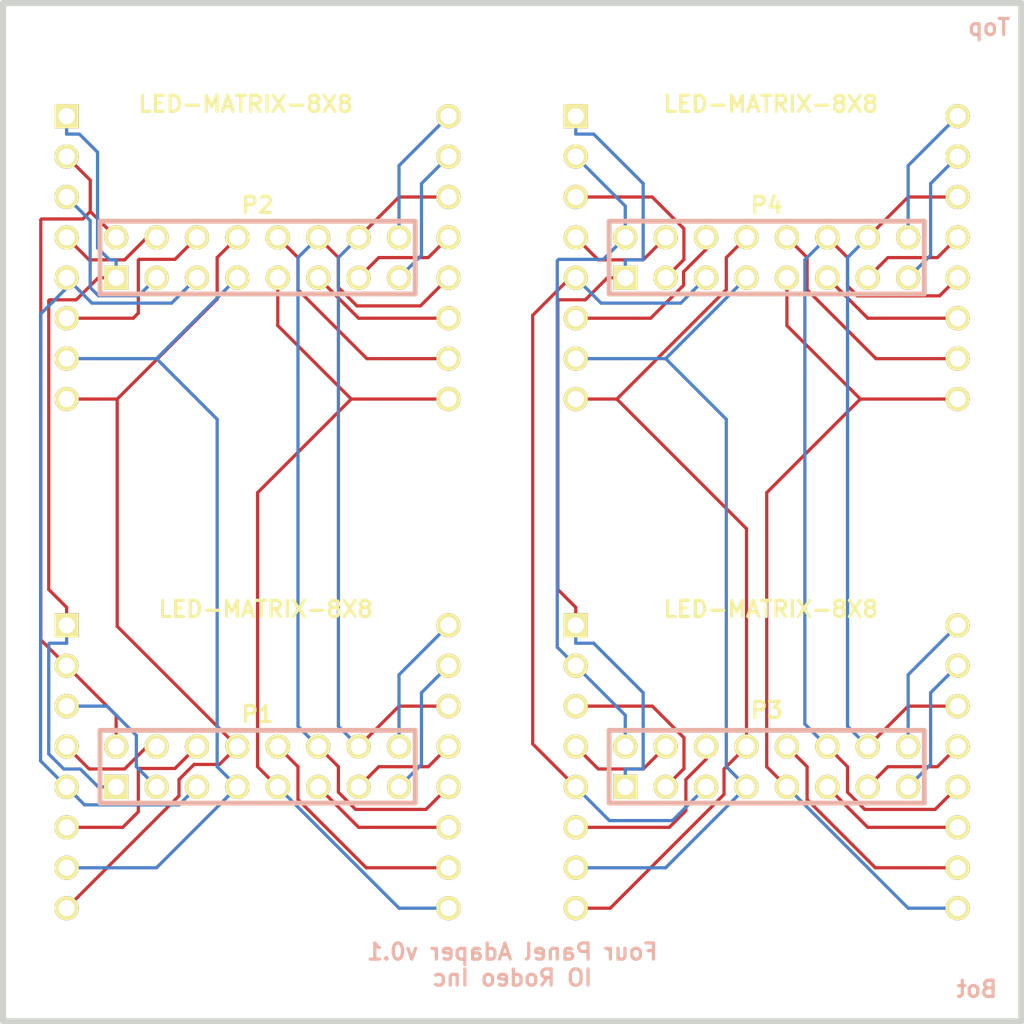
<source format=kicad_pcb>
(kicad_pcb (version 3) (host pcbnew "(2013-mar-13)-testing")

  (general
    (links 80)
    (no_connects 0)
    (area 24.993599 24.993599 89.806781 89.806781)
    (thickness 1.6002)
    (drawings 7)
    (tracks 282)
    (zones 0)
    (modules 8)
    (nets 49)
  )

  (page A4)
  (title_block
    (date "26 jul 2013")
  )

  (layers
    (15 Front signal)
    (0 Back signal)
    (16 B.Adhes user)
    (17 F.Adhes user)
    (18 B.Paste user)
    (19 F.Paste user)
    (20 B.SilkS user)
    (21 F.SilkS user)
    (22 B.Mask user)
    (23 F.Mask user)
    (24 Dwgs.User user)
    (25 Cmts.User user)
    (26 Eco1.User user)
    (27 Eco2.User user)
    (28 Edge.Cuts user)
  )

  (setup
    (last_trace_width 0.2032)
    (trace_clearance 0.254)
    (zone_clearance 0.508)
    (zone_45_only no)
    (trace_min 0.2032)
    (segment_width 0.381)
    (edge_width 0.381)
    (via_size 0.889)
    (via_drill 0.635)
    (via_min_size 0.889)
    (via_min_drill 0.508)
    (uvia_size 0.508)
    (uvia_drill 0.127)
    (uvias_allowed no)
    (uvia_min_size 0.508)
    (uvia_min_drill 0.127)
    (pcb_text_width 0.3048)
    (pcb_text_size 1.524 2.032)
    (mod_edge_width 0.381)
    (mod_text_size 1.524 1.524)
    (mod_text_width 0.3048)
    (pad_size 1.524 1.524)
    (pad_drill 0.8128)
    (pad_to_mask_clearance 0.254)
    (aux_axis_origin 0 0)
    (visible_elements FFFFFF7F)
    (pcbplotparams
      (layerselection 3178497)
      (usegerberextensions true)
      (excludeedgelayer true)
      (linewidth 0.150000)
      (plotframeref false)
      (viasonmask false)
      (mode 1)
      (useauxorigin false)
      (hpglpennumber 1)
      (hpglpenspeed 20)
      (hpglpendiameter 15)
      (hpglpenoverlay 0)
      (psnegative false)
      (psa4output false)
      (plotreference true)
      (plotvalue true)
      (plotothertext true)
      (plotinvisibletext false)
      (padsonsilk false)
      (subtractmaskfromsilk false)
      (outputformat 1)
      (mirror false)
      (drillshape 1)
      (scaleselection 1)
      (outputdirectory ""))
  )

  (net 0 "")
  (net 1 /COL_A1)
  (net 2 /COL_A10)
  (net 3 /COL_A11)
  (net 4 /COL_A12)
  (net 5 /COL_A13)
  (net 6 /COL_A14)
  (net 7 /COL_A15)
  (net 8 /COL_A16)
  (net 9 /COL_A2)
  (net 10 /COL_A3)
  (net 11 /COL_A4)
  (net 12 /COL_A5)
  (net 13 /COL_A6)
  (net 14 /COL_A7)
  (net 15 /COL_A8)
  (net 16 /COL_A9)
  (net 17 /COL_B1)
  (net 18 /COL_B10)
  (net 19 /COL_B11)
  (net 20 /COL_B12)
  (net 21 /COL_B13)
  (net 22 /COL_B14)
  (net 23 /COL_B15)
  (net 24 /COL_B16)
  (net 25 /COL_B2)
  (net 26 /COL_B3)
  (net 27 /COL_B4)
  (net 28 /COL_B5)
  (net 29 /COL_B6)
  (net 30 /COL_B7)
  (net 31 /COL_B8)
  (net 32 /COL_B9)
  (net 33 /ROW_A1)
  (net 34 /ROW_A2)
  (net 35 /ROW_A3)
  (net 36 /ROW_A4)
  (net 37 /ROW_A5)
  (net 38 /ROW_A6)
  (net 39 /ROW_A7)
  (net 40 /ROW_A8)
  (net 41 /ROW_B1)
  (net 42 /ROW_B2)
  (net 43 /ROW_B3)
  (net 44 /ROW_B4)
  (net 45 /ROW_B5)
  (net 46 /ROW_B6)
  (net 47 /ROW_B7)
  (net 48 /ROW_B8)

  (net_class Default "This is the default net class."
    (clearance 0.254)
    (trace_width 0.2032)
    (via_dia 0.889)
    (via_drill 0.635)
    (uvia_dia 0.508)
    (uvia_drill 0.127)
    (add_net "")
    (add_net /COL_A1)
    (add_net /COL_A10)
    (add_net /COL_A11)
    (add_net /COL_A12)
    (add_net /COL_A13)
    (add_net /COL_A14)
    (add_net /COL_A15)
    (add_net /COL_A16)
    (add_net /COL_A2)
    (add_net /COL_A3)
    (add_net /COL_A4)
    (add_net /COL_A5)
    (add_net /COL_A6)
    (add_net /COL_A7)
    (add_net /COL_A8)
    (add_net /COL_A9)
    (add_net /COL_B1)
    (add_net /COL_B10)
    (add_net /COL_B11)
    (add_net /COL_B12)
    (add_net /COL_B13)
    (add_net /COL_B14)
    (add_net /COL_B15)
    (add_net /COL_B16)
    (add_net /COL_B2)
    (add_net /COL_B3)
    (add_net /COL_B4)
    (add_net /COL_B5)
    (add_net /COL_B6)
    (add_net /COL_B7)
    (add_net /COL_B8)
    (add_net /COL_B9)
    (add_net /ROW_A1)
    (add_net /ROW_A2)
    (add_net /ROW_A3)
    (add_net /ROW_A4)
    (add_net /ROW_A5)
    (add_net /ROW_A6)
    (add_net /ROW_A7)
    (add_net /ROW_A8)
    (add_net /ROW_B1)
    (add_net /ROW_B2)
    (add_net /ROW_B3)
    (add_net /ROW_B4)
    (add_net /ROW_B5)
    (add_net /ROW_B6)
    (add_net /ROW_B7)
    (add_net /ROW_B8)
  )

  (module pin_array_8x2_custom (layer Front) (tedit 51F2DE82) (tstamp 51F2DD26)
    (at 41.39946 73.40092)
    (descr "Double rangee de contacts 2 x 8 pins")
    (tags CONN)
    (path /5161B211)
    (fp_text reference P1 (at 0.00254 -3.29692) (layer F.SilkS)
      (effects (font (size 1.016 1.016) (thickness 0.2032)))
    )
    (fp_text value CONN_8X2 (at 0.00254 3.56108) (layer F.SilkS) hide
      (effects (font (size 1.016 1.016) (thickness 0.2032)))
    )
    (fp_line (start -9.906 2.286) (end -9.906 -2.286) (layer B.SilkS) (width 0.3048))
    (fp_line (start -9.906 -2.286) (end 9.906 -2.286) (layer B.SilkS) (width 0.3048))
    (fp_line (start 9.906 -2.286) (end 9.906 2.286) (layer B.SilkS) (width 0.3048))
    (fp_line (start 9.906 2.286) (end -9.906 2.286) (layer B.SilkS) (width 0.3048))
    (pad 1 thru_hole rect (at -8.89 1.27) (size 1.524 1.524) (drill 1.016)
      (layers *.Cu *.Mask F.SilkS)
      (net 37 /ROW_A5)
    )
    (pad 2 thru_hole circle (at -8.89 -1.27) (size 1.524 1.524) (drill 1.016)
      (layers *.Cu *.Mask F.SilkS)
      (net 39 /ROW_A7)
    )
    (pad 3 thru_hole circle (at -6.35 1.27) (size 1.524 1.524) (drill 1.016)
      (layers *.Cu *.Mask F.SilkS)
      (net 9 /COL_A2)
    )
    (pad 4 thru_hole circle (at -6.35 -1.27) (size 1.524 1.524) (drill 1.016)
      (layers *.Cu *.Mask F.SilkS)
      (net 10 /COL_A3)
    )
    (pad 5 thru_hole circle (at -3.81 1.27) (size 1.524 1.524) (drill 1.016)
      (layers *.Cu *.Mask F.SilkS)
      (net 40 /ROW_A8)
    )
    (pad 6 thru_hole circle (at -3.81 -1.27) (size 1.524 1.524) (drill 1.016)
      (layers *.Cu *.Mask F.SilkS)
      (net 12 /COL_A5)
    )
    (pad 7 thru_hole circle (at -1.27 1.27) (size 1.524 1.524) (drill 1.016)
      (layers *.Cu *.Mask F.SilkS)
      (net 38 /ROW_A6)
    )
    (pad 8 thru_hole circle (at -1.27 -1.27) (size 1.524 1.524) (drill 1.016)
      (layers *.Cu *.Mask F.SilkS)
      (net 35 /ROW_A3)
    )
    (pad 9 thru_hole circle (at 1.27 1.27) (size 1.524 1.524) (drill 1.016)
      (layers *.Cu *.Mask F.SilkS)
      (net 33 /ROW_A1)
    )
    (pad 10 thru_hole circle (at 1.27 -1.27) (size 1.524 1.524) (drill 1.016)
      (layers *.Cu *.Mask F.SilkS)
      (net 11 /COL_A4)
    )
    (pad 11 thru_hole circle (at 3.81 1.27) (size 1.524 1.524) (drill 1.016)
      (layers *.Cu *.Mask F.SilkS)
      (net 13 /COL_A6)
    )
    (pad 12 thru_hole circle (at 3.81 -1.27) (size 1.524 1.524) (drill 1.016)
      (layers *.Cu *.Mask F.SilkS)
      (net 36 /ROW_A4)
    )
    (pad 13 thru_hole circle (at 6.35 1.27) (size 1.524 1.524) (drill 1.016)
      (layers *.Cu *.Mask F.SilkS)
      (net 1 /COL_A1)
    )
    (pad 14 thru_hole circle (at 6.35 -1.27) (size 1.524 1.524) (drill 1.016)
      (layers *.Cu *.Mask F.SilkS)
      (net 34 /ROW_A2)
    )
    (pad 15 thru_hole circle (at 8.89 1.27) (size 1.524 1.524) (drill 1.016)
      (layers *.Cu *.Mask F.SilkS)
      (net 14 /COL_A7)
    )
    (pad 16 thru_hole circle (at 8.89 -1.27) (size 1.524 1.524) (drill 1.016)
      (layers *.Cu *.Mask F.SilkS)
      (net 15 /COL_A8)
    )
    (model pin_array/pins_array_8x2.wrl
      (at (xyz 0 0 0))
      (scale (xyz 1 1 1))
      (rotate (xyz 0 0 0))
    )
  )

  (module pin_array_8x2_custom (layer Front) (tedit 51F2DE6C) (tstamp 51F2DB06)
    (at 41.39946 41.39946)
    (descr "Double rangee de contacts 2 x 8 pins")
    (tags CONN)
    (path /5161BB2B)
    (fp_text reference P2 (at 0.00254 -3.29946) (layer F.SilkS)
      (effects (font (size 1.016 1.016) (thickness 0.2032)))
    )
    (fp_text value CONN_8X2 (at 0.00254 3.55854) (layer F.SilkS) hide
      (effects (font (size 1.016 1.016) (thickness 0.2032)))
    )
    (fp_line (start -9.906 2.286) (end -9.906 -2.286) (layer B.SilkS) (width 0.3048))
    (fp_line (start -9.906 -2.286) (end 9.906 -2.286) (layer B.SilkS) (width 0.3048))
    (fp_line (start 9.906 -2.286) (end 9.906 2.286) (layer B.SilkS) (width 0.3048))
    (fp_line (start 9.906 2.286) (end -9.906 2.286) (layer B.SilkS) (width 0.3048))
    (pad 1 thru_hole rect (at -8.89 1.27) (size 1.524 1.524) (drill 1.016)
      (layers *.Cu *.Mask F.SilkS)
      (net 37 /ROW_A5)
    )
    (pad 2 thru_hole circle (at -8.89 -1.27) (size 1.524 1.524) (drill 1.016)
      (layers *.Cu *.Mask F.SilkS)
      (net 39 /ROW_A7)
    )
    (pad 3 thru_hole circle (at -6.35 1.27) (size 1.524 1.524) (drill 1.016)
      (layers *.Cu *.Mask F.SilkS)
      (net 2 /COL_A10)
    )
    (pad 4 thru_hole circle (at -6.35 -1.27) (size 1.524 1.524) (drill 1.016)
      (layers *.Cu *.Mask F.SilkS)
      (net 3 /COL_A11)
    )
    (pad 5 thru_hole circle (at -3.81 1.27) (size 1.524 1.524) (drill 1.016)
      (layers *.Cu *.Mask F.SilkS)
      (net 40 /ROW_A8)
    )
    (pad 6 thru_hole circle (at -3.81 -1.27) (size 1.524 1.524) (drill 1.016)
      (layers *.Cu *.Mask F.SilkS)
      (net 5 /COL_A13)
    )
    (pad 7 thru_hole circle (at -1.27 1.27) (size 1.524 1.524) (drill 1.016)
      (layers *.Cu *.Mask F.SilkS)
      (net 38 /ROW_A6)
    )
    (pad 8 thru_hole circle (at -1.27 -1.27) (size 1.524 1.524) (drill 1.016)
      (layers *.Cu *.Mask F.SilkS)
      (net 35 /ROW_A3)
    )
    (pad 9 thru_hole circle (at 1.27 1.27) (size 1.524 1.524) (drill 1.016)
      (layers *.Cu *.Mask F.SilkS)
      (net 33 /ROW_A1)
    )
    (pad 10 thru_hole circle (at 1.27 -1.27) (size 1.524 1.524) (drill 1.016)
      (layers *.Cu *.Mask F.SilkS)
      (net 4 /COL_A12)
    )
    (pad 11 thru_hole circle (at 3.81 1.27) (size 1.524 1.524) (drill 1.016)
      (layers *.Cu *.Mask F.SilkS)
      (net 6 /COL_A14)
    )
    (pad 12 thru_hole circle (at 3.81 -1.27) (size 1.524 1.524) (drill 1.016)
      (layers *.Cu *.Mask F.SilkS)
      (net 36 /ROW_A4)
    )
    (pad 13 thru_hole circle (at 6.35 1.27) (size 1.524 1.524) (drill 1.016)
      (layers *.Cu *.Mask F.SilkS)
      (net 16 /COL_A9)
    )
    (pad 14 thru_hole circle (at 6.35 -1.27) (size 1.524 1.524) (drill 1.016)
      (layers *.Cu *.Mask F.SilkS)
      (net 34 /ROW_A2)
    )
    (pad 15 thru_hole circle (at 8.89 1.27) (size 1.524 1.524) (drill 1.016)
      (layers *.Cu *.Mask F.SilkS)
      (net 7 /COL_A15)
    )
    (pad 16 thru_hole circle (at 8.89 -1.27) (size 1.524 1.524) (drill 1.016)
      (layers *.Cu *.Mask F.SilkS)
      (net 8 /COL_A16)
    )
    (model pin_array/pins_array_8x2.wrl
      (at (xyz 0 0 0))
      (scale (xyz 1 1 1))
      (rotate (xyz 0 0 0))
    )
  )

  (module pin_array_8x2_custom (layer Front) (tedit 51F2DE8A) (tstamp 51F2DB08)
    (at 73.40092 73.40092)
    (descr "Double rangee de contacts 2 x 8 pins")
    (tags CONN)
    (path /51F2D793)
    (fp_text reference P3 (at 0.00508 -3.55092) (layer F.SilkS)
      (effects (font (size 1.016 1.016) (thickness 0.2032)))
    )
    (fp_text value CONN_8X2 (at 0.00508 3.81508) (layer F.SilkS) hide
      (effects (font (size 1.016 1.016) (thickness 0.2032)))
    )
    (fp_line (start -9.906 2.286) (end -9.906 -2.286) (layer B.SilkS) (width 0.3048))
    (fp_line (start -9.906 -2.286) (end 9.906 -2.286) (layer B.SilkS) (width 0.3048))
    (fp_line (start 9.906 -2.286) (end 9.906 2.286) (layer B.SilkS) (width 0.3048))
    (fp_line (start 9.906 2.286) (end -9.906 2.286) (layer B.SilkS) (width 0.3048))
    (pad 1 thru_hole rect (at -8.89 1.27) (size 1.524 1.524) (drill 1.016)
      (layers *.Cu *.Mask F.SilkS)
      (net 45 /ROW_B5)
    )
    (pad 2 thru_hole circle (at -8.89 -1.27) (size 1.524 1.524) (drill 1.016)
      (layers *.Cu *.Mask F.SilkS)
      (net 47 /ROW_B7)
    )
    (pad 3 thru_hole circle (at -6.35 1.27) (size 1.524 1.524) (drill 1.016)
      (layers *.Cu *.Mask F.SilkS)
      (net 25 /COL_B2)
    )
    (pad 4 thru_hole circle (at -6.35 -1.27) (size 1.524 1.524) (drill 1.016)
      (layers *.Cu *.Mask F.SilkS)
      (net 26 /COL_B3)
    )
    (pad 5 thru_hole circle (at -3.81 1.27) (size 1.524 1.524) (drill 1.016)
      (layers *.Cu *.Mask F.SilkS)
      (net 48 /ROW_B8)
    )
    (pad 6 thru_hole circle (at -3.81 -1.27) (size 1.524 1.524) (drill 1.016)
      (layers *.Cu *.Mask F.SilkS)
      (net 28 /COL_B5)
    )
    (pad 7 thru_hole circle (at -1.27 1.27) (size 1.524 1.524) (drill 1.016)
      (layers *.Cu *.Mask F.SilkS)
      (net 46 /ROW_B6)
    )
    (pad 8 thru_hole circle (at -1.27 -1.27) (size 1.524 1.524) (drill 1.016)
      (layers *.Cu *.Mask F.SilkS)
      (net 43 /ROW_B3)
    )
    (pad 9 thru_hole circle (at 1.27 1.27) (size 1.524 1.524) (drill 1.016)
      (layers *.Cu *.Mask F.SilkS)
      (net 41 /ROW_B1)
    )
    (pad 10 thru_hole circle (at 1.27 -1.27) (size 1.524 1.524) (drill 1.016)
      (layers *.Cu *.Mask F.SilkS)
      (net 27 /COL_B4)
    )
    (pad 11 thru_hole circle (at 3.81 1.27) (size 1.524 1.524) (drill 1.016)
      (layers *.Cu *.Mask F.SilkS)
      (net 29 /COL_B6)
    )
    (pad 12 thru_hole circle (at 3.81 -1.27) (size 1.524 1.524) (drill 1.016)
      (layers *.Cu *.Mask F.SilkS)
      (net 44 /ROW_B4)
    )
    (pad 13 thru_hole circle (at 6.35 1.27) (size 1.524 1.524) (drill 1.016)
      (layers *.Cu *.Mask F.SilkS)
      (net 17 /COL_B1)
    )
    (pad 14 thru_hole circle (at 6.35 -1.27) (size 1.524 1.524) (drill 1.016)
      (layers *.Cu *.Mask F.SilkS)
      (net 42 /ROW_B2)
    )
    (pad 15 thru_hole circle (at 8.89 1.27) (size 1.524 1.524) (drill 1.016)
      (layers *.Cu *.Mask F.SilkS)
      (net 30 /COL_B7)
    )
    (pad 16 thru_hole circle (at 8.89 -1.27) (size 1.524 1.524) (drill 1.016)
      (layers *.Cu *.Mask F.SilkS)
      (net 31 /COL_B8)
    )
    (model pin_array/pins_array_8x2.wrl
      (at (xyz 0 0 0))
      (scale (xyz 1 1 1))
      (rotate (xyz 0 0 0))
    )
  )

  (module pin_array_8x2_custom (layer Front) (tedit 51F2DE74) (tstamp 51F2DB0A)
    (at 73.40092 41.39946)
    (descr "Double rangee de contacts 2 x 8 pins")
    (tags CONN)
    (path /51F2D792)
    (fp_text reference P4 (at 0.00508 -3.29946) (layer F.SilkS)
      (effects (font (size 1.016 1.016) (thickness 0.2032)))
    )
    (fp_text value CONN_8X2 (at 0.00508 3.55854) (layer F.SilkS) hide
      (effects (font (size 1.016 1.016) (thickness 0.2032)))
    )
    (fp_line (start -9.906 2.286) (end -9.906 -2.286) (layer B.SilkS) (width 0.3048))
    (fp_line (start -9.906 -2.286) (end 9.906 -2.286) (layer B.SilkS) (width 0.3048))
    (fp_line (start 9.906 -2.286) (end 9.906 2.286) (layer B.SilkS) (width 0.3048))
    (fp_line (start 9.906 2.286) (end -9.906 2.286) (layer B.SilkS) (width 0.3048))
    (pad 1 thru_hole rect (at -8.89 1.27) (size 1.524 1.524) (drill 1.016)
      (layers *.Cu *.Mask F.SilkS)
      (net 45 /ROW_B5)
    )
    (pad 2 thru_hole circle (at -8.89 -1.27) (size 1.524 1.524) (drill 1.016)
      (layers *.Cu *.Mask F.SilkS)
      (net 47 /ROW_B7)
    )
    (pad 3 thru_hole circle (at -6.35 1.27) (size 1.524 1.524) (drill 1.016)
      (layers *.Cu *.Mask F.SilkS)
      (net 18 /COL_B10)
    )
    (pad 4 thru_hole circle (at -6.35 -1.27) (size 1.524 1.524) (drill 1.016)
      (layers *.Cu *.Mask F.SilkS)
      (net 19 /COL_B11)
    )
    (pad 5 thru_hole circle (at -3.81 1.27) (size 1.524 1.524) (drill 1.016)
      (layers *.Cu *.Mask F.SilkS)
      (net 48 /ROW_B8)
    )
    (pad 6 thru_hole circle (at -3.81 -1.27) (size 1.524 1.524) (drill 1.016)
      (layers *.Cu *.Mask F.SilkS)
      (net 21 /COL_B13)
    )
    (pad 7 thru_hole circle (at -1.27 1.27) (size 1.524 1.524) (drill 1.016)
      (layers *.Cu *.Mask F.SilkS)
      (net 46 /ROW_B6)
    )
    (pad 8 thru_hole circle (at -1.27 -1.27) (size 1.524 1.524) (drill 1.016)
      (layers *.Cu *.Mask F.SilkS)
      (net 43 /ROW_B3)
    )
    (pad 9 thru_hole circle (at 1.27 1.27) (size 1.524 1.524) (drill 1.016)
      (layers *.Cu *.Mask F.SilkS)
      (net 41 /ROW_B1)
    )
    (pad 10 thru_hole circle (at 1.27 -1.27) (size 1.524 1.524) (drill 1.016)
      (layers *.Cu *.Mask F.SilkS)
      (net 20 /COL_B12)
    )
    (pad 11 thru_hole circle (at 3.81 1.27) (size 1.524 1.524) (drill 1.016)
      (layers *.Cu *.Mask F.SilkS)
      (net 22 /COL_B14)
    )
    (pad 12 thru_hole circle (at 3.81 -1.27) (size 1.524 1.524) (drill 1.016)
      (layers *.Cu *.Mask F.SilkS)
      (net 44 /ROW_B4)
    )
    (pad 13 thru_hole circle (at 6.35 1.27) (size 1.524 1.524) (drill 1.016)
      (layers *.Cu *.Mask F.SilkS)
      (net 32 /COL_B9)
    )
    (pad 14 thru_hole circle (at 6.35 -1.27) (size 1.524 1.524) (drill 1.016)
      (layers *.Cu *.Mask F.SilkS)
      (net 42 /ROW_B2)
    )
    (pad 15 thru_hole circle (at 8.89 1.27) (size 1.524 1.524) (drill 1.016)
      (layers *.Cu *.Mask F.SilkS)
      (net 23 /COL_B15)
    )
    (pad 16 thru_hole circle (at 8.89 -1.27) (size 1.524 1.524) (drill 1.016)
      (layers *.Cu *.Mask F.SilkS)
      (net 24 /COL_B16)
    )
    (model pin_array/pins_array_8x2.wrl
      (at (xyz 0 0 0))
      (scale (xyz 1 1 1))
      (rotate (xyz 0 0 0))
    )
  )

  (module LED_8x8 (layer Front) (tedit 51F2DC61) (tstamp 51F2DB0B)
    (at 41.39946 73.40092)
    (descr "LED 8x8 Matrix w/ 8x1 Peel-A-Way connectors (terminal type 210)")
    (tags LED)
    (path /5161B1D4)
    (fp_text reference M1 (at -12.18946 -11.17092) (layer F.SilkS) hide
      (effects (font (size 1.016 1.016) (thickness 0.2032)))
    )
    (fp_text value LED-MATRIX-8X8 (at 0.51054 -9.90092) (layer F.SilkS)
      (effects (font (size 1.016 1.016) (thickness 0.2032)))
    )
    (fp_line (start 15.99946 15.99946) (end -15.99946 15.99946) (layer Dwgs.User) (width 0.3048))
    (fp_line (start -15.99946 15.99946) (end -15.99946 -15.99946) (layer Dwgs.User) (width 0.3048))
    (fp_line (start -15.99946 -15.99946) (end 15.99946 -15.99946) (layer Dwgs.User) (width 0.3048))
    (fp_line (start 15.99946 -15.99946) (end 15.99946 15.99946) (layer Dwgs.User) (width 0.3048))
    (fp_line (start 10.72896 9.90854) (end 10.72896 -9.90346) (layer Dwgs.User) (width 0.3048))
    (fp_line (start 13.26896 -9.90346) (end 13.26896 9.90854) (layer Dwgs.User) (width 0.3048))
    (fp_line (start 13.26896 -9.90346) (end 10.72896 -9.90346) (layer Dwgs.User) (width 0.3048))
    (fp_line (start 13.26896 9.90854) (end 10.72896 9.90854) (layer Dwgs.User) (width 0.3048))
    (fp_line (start -10.7315 9.90854) (end -13.2715 9.90854) (layer Dwgs.User) (width 0.3048))
    (fp_line (start -10.7315 -9.90346) (end -13.2715 -9.90346) (layer Dwgs.User) (width 0.3048))
    (fp_line (start -10.7315 -9.90346) (end -10.7315 9.90854) (layer Dwgs.User) (width 0.3048))
    (fp_line (start -13.2715 9.90854) (end -13.2715 -9.90346) (layer Dwgs.User) (width 0.3048))
    (pad 9 thru_hole circle (at 11.99896 8.89254 270) (size 1.524 1.524) (drill 1.016)
      (layers *.Cu *.Mask F.SilkS)
      (net 33 /ROW_A1)
    )
    (pad 10 thru_hole circle (at 11.99896 6.35254 270) (size 1.524 1.524) (drill 1.016)
      (layers *.Cu *.Mask F.SilkS)
      (net 11 /COL_A4)
    )
    (pad 11 thru_hole circle (at 11.99896 3.81254 270) (size 1.524 1.524) (drill 1.016)
      (layers *.Cu *.Mask F.SilkS)
      (net 13 /COL_A6)
    )
    (pad 12 thru_hole circle (at 11.99896 1.27254 270) (size 1.524 1.524) (drill 1.016)
      (layers *.Cu *.Mask F.SilkS)
      (net 36 /ROW_A4)
    )
    (pad 13 thru_hole circle (at 11.99896 -1.26746 270) (size 1.524 1.524) (drill 1.016)
      (layers *.Cu *.Mask F.SilkS)
      (net 1 /COL_A1)
    )
    (pad 14 thru_hole circle (at 11.99896 -3.80746 270) (size 1.524 1.524) (drill 1.016)
      (layers *.Cu *.Mask F.SilkS)
      (net 34 /ROW_A2)
    )
    (pad 15 thru_hole circle (at 11.99896 -6.34746 270) (size 1.524 1.524) (drill 1.016)
      (layers *.Cu *.Mask F.SilkS)
      (net 14 /COL_A7)
    )
    (pad 16 thru_hole circle (at 11.99896 -8.88746 180) (size 1.524 1.524) (drill 1.016)
      (layers *.Cu *.Mask F.SilkS)
      (net 15 /COL_A8)
    )
    (pad 1 thru_hole rect (at -12.0015 -8.88746 180) (size 1.524 1.524) (drill 1.016)
      (layers *.Cu *.Mask F.SilkS)
      (net 37 /ROW_A5)
    )
    (pad 2 thru_hole circle (at -12.0015 -6.34746 270) (size 1.524 1.524) (drill 1.016)
      (layers *.Cu *.Mask F.SilkS)
      (net 39 /ROW_A7)
    )
    (pad 3 thru_hole circle (at -12.0015 -3.80746 270) (size 1.524 1.524) (drill 1.016)
      (layers *.Cu *.Mask F.SilkS)
      (net 9 /COL_A2)
    )
    (pad 4 thru_hole circle (at -12.0015 -1.26746 270) (size 1.524 1.524) (drill 1.016)
      (layers *.Cu *.Mask F.SilkS)
      (net 10 /COL_A3)
    )
    (pad 5 thru_hole circle (at -12.0015 1.27254 270) (size 1.524 1.524) (drill 1.016)
      (layers *.Cu *.Mask F.SilkS)
      (net 40 /ROW_A8)
    )
    (pad 6 thru_hole circle (at -12.0015 3.81254 270) (size 1.524 1.524) (drill 1.016)
      (layers *.Cu *.Mask F.SilkS)
      (net 12 /COL_A5)
    )
    (pad 7 thru_hole circle (at -12.0015 6.35254 270) (size 1.524 1.524) (drill 1.016)
      (layers *.Cu *.Mask F.SilkS)
      (net 38 /ROW_A6)
    )
    (pad 8 thru_hole circle (at -12.0015 8.89254 270) (size 1.524 1.524) (drill 1.016)
      (layers *.Cu *.Mask F.SilkS)
      (net 35 /ROW_A3)
    )
  )

  (module LED_8x8 (layer Front) (tedit 51F2DC50) (tstamp 51F2DB0D)
    (at 41.39946 41.39946)
    (descr "LED 8x8 Matrix w/ 8x1 Peel-A-Way connectors (terminal type 210)")
    (tags LED)
    (path /5161BB2C)
    (fp_text reference M2 (at -12.18946 -10.91946) (layer F.SilkS) hide
      (effects (font (size 1.016 1.016) (thickness 0.2032)))
    )
    (fp_text value LED-MATRIX-8X8 (at -0.75946 -9.64946) (layer F.SilkS)
      (effects (font (size 1.016 1.016) (thickness 0.2032)))
    )
    (fp_line (start 15.99946 15.99946) (end -15.99946 15.99946) (layer Dwgs.User) (width 0.3048))
    (fp_line (start -15.99946 15.99946) (end -15.99946 -15.99946) (layer Dwgs.User) (width 0.3048))
    (fp_line (start -15.99946 -15.99946) (end 15.99946 -15.99946) (layer Dwgs.User) (width 0.3048))
    (fp_line (start 15.99946 -15.99946) (end 15.99946 15.99946) (layer Dwgs.User) (width 0.3048))
    (fp_line (start 10.72896 9.90854) (end 10.72896 -9.90346) (layer Dwgs.User) (width 0.3048))
    (fp_line (start 13.26896 -9.90346) (end 13.26896 9.90854) (layer Dwgs.User) (width 0.3048))
    (fp_line (start 13.26896 -9.90346) (end 10.72896 -9.90346) (layer Dwgs.User) (width 0.3048))
    (fp_line (start 13.26896 9.90854) (end 10.72896 9.90854) (layer Dwgs.User) (width 0.3048))
    (fp_line (start -10.7315 9.90854) (end -13.2715 9.90854) (layer Dwgs.User) (width 0.3048))
    (fp_line (start -10.7315 -9.90346) (end -13.2715 -9.90346) (layer Dwgs.User) (width 0.3048))
    (fp_line (start -10.7315 -9.90346) (end -10.7315 9.90854) (layer Dwgs.User) (width 0.3048))
    (fp_line (start -13.2715 9.90854) (end -13.2715 -9.90346) (layer Dwgs.User) (width 0.3048))
    (pad 9 thru_hole circle (at 11.99896 8.89254 270) (size 1.524 1.524) (drill 1.016)
      (layers *.Cu *.Mask F.SilkS)
      (net 33 /ROW_A1)
    )
    (pad 10 thru_hole circle (at 11.99896 6.35254 270) (size 1.524 1.524) (drill 1.016)
      (layers *.Cu *.Mask F.SilkS)
      (net 4 /COL_A12)
    )
    (pad 11 thru_hole circle (at 11.99896 3.81254 270) (size 1.524 1.524) (drill 1.016)
      (layers *.Cu *.Mask F.SilkS)
      (net 6 /COL_A14)
    )
    (pad 12 thru_hole circle (at 11.99896 1.27254 270) (size 1.524 1.524) (drill 1.016)
      (layers *.Cu *.Mask F.SilkS)
      (net 36 /ROW_A4)
    )
    (pad 13 thru_hole circle (at 11.99896 -1.26746 270) (size 1.524 1.524) (drill 1.016)
      (layers *.Cu *.Mask F.SilkS)
      (net 16 /COL_A9)
    )
    (pad 14 thru_hole circle (at 11.99896 -3.80746 270) (size 1.524 1.524) (drill 1.016)
      (layers *.Cu *.Mask F.SilkS)
      (net 34 /ROW_A2)
    )
    (pad 15 thru_hole circle (at 11.99896 -6.34746 270) (size 1.524 1.524) (drill 1.016)
      (layers *.Cu *.Mask F.SilkS)
      (net 7 /COL_A15)
    )
    (pad 16 thru_hole circle (at 11.99896 -8.88746 180) (size 1.524 1.524) (drill 1.016)
      (layers *.Cu *.Mask F.SilkS)
      (net 8 /COL_A16)
    )
    (pad 1 thru_hole rect (at -12.0015 -8.88746 180) (size 1.524 1.524) (drill 1.016)
      (layers *.Cu *.Mask F.SilkS)
      (net 37 /ROW_A5)
    )
    (pad 2 thru_hole circle (at -12.0015 -6.34746 270) (size 1.524 1.524) (drill 1.016)
      (layers *.Cu *.Mask F.SilkS)
      (net 39 /ROW_A7)
    )
    (pad 3 thru_hole circle (at -12.0015 -3.80746 270) (size 1.524 1.524) (drill 1.016)
      (layers *.Cu *.Mask F.SilkS)
      (net 2 /COL_A10)
    )
    (pad 4 thru_hole circle (at -12.0015 -1.26746 270) (size 1.524 1.524) (drill 1.016)
      (layers *.Cu *.Mask F.SilkS)
      (net 3 /COL_A11)
    )
    (pad 5 thru_hole circle (at -12.0015 1.27254 270) (size 1.524 1.524) (drill 1.016)
      (layers *.Cu *.Mask F.SilkS)
      (net 40 /ROW_A8)
    )
    (pad 6 thru_hole circle (at -12.0015 3.81254 270) (size 1.524 1.524) (drill 1.016)
      (layers *.Cu *.Mask F.SilkS)
      (net 5 /COL_A13)
    )
    (pad 7 thru_hole circle (at -12.0015 6.35254 270) (size 1.524 1.524) (drill 1.016)
      (layers *.Cu *.Mask F.SilkS)
      (net 38 /ROW_A6)
    )
    (pad 8 thru_hole circle (at -12.0015 8.89254 270) (size 1.524 1.524) (drill 1.016)
      (layers *.Cu *.Mask F.SilkS)
      (net 35 /ROW_A3)
    )
  )

  (module LED_8x8 (layer Front) (tedit 51F2DC7A) (tstamp 51F2DB0F)
    (at 73.40092 73.40092)
    (descr "LED 8x8 Matrix w/ 8x1 Peel-A-Way connectors (terminal type 210)")
    (tags LED)
    (path /51F2D794)
    (fp_text reference M3 (at -12.44092 -11.17092) (layer F.SilkS) hide
      (effects (font (size 1.016 1.016) (thickness 0.2032)))
    )
    (fp_text value LED-MATRIX-8X8 (at 0.25908 -9.90092) (layer F.SilkS)
      (effects (font (size 1.016 1.016) (thickness 0.2032)))
    )
    (fp_line (start 15.99946 15.99946) (end -15.99946 15.99946) (layer Dwgs.User) (width 0.3048))
    (fp_line (start -15.99946 15.99946) (end -15.99946 -15.99946) (layer Dwgs.User) (width 0.3048))
    (fp_line (start -15.99946 -15.99946) (end 15.99946 -15.99946) (layer Dwgs.User) (width 0.3048))
    (fp_line (start 15.99946 -15.99946) (end 15.99946 15.99946) (layer Dwgs.User) (width 0.3048))
    (fp_line (start 10.72896 9.90854) (end 10.72896 -9.90346) (layer Dwgs.User) (width 0.3048))
    (fp_line (start 13.26896 -9.90346) (end 13.26896 9.90854) (layer Dwgs.User) (width 0.3048))
    (fp_line (start 13.26896 -9.90346) (end 10.72896 -9.90346) (layer Dwgs.User) (width 0.3048))
    (fp_line (start 13.26896 9.90854) (end 10.72896 9.90854) (layer Dwgs.User) (width 0.3048))
    (fp_line (start -10.7315 9.90854) (end -13.2715 9.90854) (layer Dwgs.User) (width 0.3048))
    (fp_line (start -10.7315 -9.90346) (end -13.2715 -9.90346) (layer Dwgs.User) (width 0.3048))
    (fp_line (start -10.7315 -9.90346) (end -10.7315 9.90854) (layer Dwgs.User) (width 0.3048))
    (fp_line (start -13.2715 9.90854) (end -13.2715 -9.90346) (layer Dwgs.User) (width 0.3048))
    (pad 9 thru_hole circle (at 11.99896 8.89254 270) (size 1.524 1.524) (drill 1.016)
      (layers *.Cu *.Mask F.SilkS)
      (net 41 /ROW_B1)
    )
    (pad 10 thru_hole circle (at 11.99896 6.35254 270) (size 1.524 1.524) (drill 1.016)
      (layers *.Cu *.Mask F.SilkS)
      (net 27 /COL_B4)
    )
    (pad 11 thru_hole circle (at 11.99896 3.81254 270) (size 1.524 1.524) (drill 1.016)
      (layers *.Cu *.Mask F.SilkS)
      (net 29 /COL_B6)
    )
    (pad 12 thru_hole circle (at 11.99896 1.27254 270) (size 1.524 1.524) (drill 1.016)
      (layers *.Cu *.Mask F.SilkS)
      (net 44 /ROW_B4)
    )
    (pad 13 thru_hole circle (at 11.99896 -1.26746 270) (size 1.524 1.524) (drill 1.016)
      (layers *.Cu *.Mask F.SilkS)
      (net 17 /COL_B1)
    )
    (pad 14 thru_hole circle (at 11.99896 -3.80746 270) (size 1.524 1.524) (drill 1.016)
      (layers *.Cu *.Mask F.SilkS)
      (net 42 /ROW_B2)
    )
    (pad 15 thru_hole circle (at 11.99896 -6.34746 270) (size 1.524 1.524) (drill 1.016)
      (layers *.Cu *.Mask F.SilkS)
      (net 30 /COL_B7)
    )
    (pad 16 thru_hole circle (at 11.99896 -8.88746 180) (size 1.524 1.524) (drill 1.016)
      (layers *.Cu *.Mask F.SilkS)
      (net 31 /COL_B8)
    )
    (pad 1 thru_hole rect (at -12.0015 -8.88746 180) (size 1.524 1.524) (drill 1.016)
      (layers *.Cu *.Mask F.SilkS)
      (net 45 /ROW_B5)
    )
    (pad 2 thru_hole circle (at -12.0015 -6.34746 270) (size 1.524 1.524) (drill 1.016)
      (layers *.Cu *.Mask F.SilkS)
      (net 47 /ROW_B7)
    )
    (pad 3 thru_hole circle (at -12.0015 -3.80746 270) (size 1.524 1.524) (drill 1.016)
      (layers *.Cu *.Mask F.SilkS)
      (net 25 /COL_B2)
    )
    (pad 4 thru_hole circle (at -12.0015 -1.26746 270) (size 1.524 1.524) (drill 1.016)
      (layers *.Cu *.Mask F.SilkS)
      (net 26 /COL_B3)
    )
    (pad 5 thru_hole circle (at -12.0015 1.27254 270) (size 1.524 1.524) (drill 1.016)
      (layers *.Cu *.Mask F.SilkS)
      (net 48 /ROW_B8)
    )
    (pad 6 thru_hole circle (at -12.0015 3.81254 270) (size 1.524 1.524) (drill 1.016)
      (layers *.Cu *.Mask F.SilkS)
      (net 28 /COL_B5)
    )
    (pad 7 thru_hole circle (at -12.0015 6.35254 270) (size 1.524 1.524) (drill 1.016)
      (layers *.Cu *.Mask F.SilkS)
      (net 46 /ROW_B6)
    )
    (pad 8 thru_hole circle (at -12.0015 8.89254 270) (size 1.524 1.524) (drill 1.016)
      (layers *.Cu *.Mask F.SilkS)
      (net 43 /ROW_B3)
    )
  )

  (module LED_8x8 (layer Front) (tedit 51F2DC4A) (tstamp 51F2DB11)
    (at 73.40092 41.39946)
    (descr "LED 8x8 Matrix w/ 8x1 Peel-A-Way connectors (terminal type 210)")
    (tags LED)
    (path /51F2D791)
    (fp_text reference M4 (at -12.44092 -10.91946) (layer F.SilkS) hide
      (effects (font (size 1.016 1.016) (thickness 0.2032)))
    )
    (fp_text value LED-MATRIX-8X8 (at 0.25908 -9.64946) (layer F.SilkS)
      (effects (font (size 1.016 1.016) (thickness 0.2032)))
    )
    (fp_line (start 15.99946 15.99946) (end -15.99946 15.99946) (layer Dwgs.User) (width 0.3048))
    (fp_line (start -15.99946 15.99946) (end -15.99946 -15.99946) (layer Dwgs.User) (width 0.3048))
    (fp_line (start -15.99946 -15.99946) (end 15.99946 -15.99946) (layer Dwgs.User) (width 0.3048))
    (fp_line (start 15.99946 -15.99946) (end 15.99946 15.99946) (layer Dwgs.User) (width 0.3048))
    (fp_line (start 10.72896 9.90854) (end 10.72896 -9.90346) (layer Dwgs.User) (width 0.3048))
    (fp_line (start 13.26896 -9.90346) (end 13.26896 9.90854) (layer Dwgs.User) (width 0.3048))
    (fp_line (start 13.26896 -9.90346) (end 10.72896 -9.90346) (layer Dwgs.User) (width 0.3048))
    (fp_line (start 13.26896 9.90854) (end 10.72896 9.90854) (layer Dwgs.User) (width 0.3048))
    (fp_line (start -10.7315 9.90854) (end -13.2715 9.90854) (layer Dwgs.User) (width 0.3048))
    (fp_line (start -10.7315 -9.90346) (end -13.2715 -9.90346) (layer Dwgs.User) (width 0.3048))
    (fp_line (start -10.7315 -9.90346) (end -10.7315 9.90854) (layer Dwgs.User) (width 0.3048))
    (fp_line (start -13.2715 9.90854) (end -13.2715 -9.90346) (layer Dwgs.User) (width 0.3048))
    (pad 9 thru_hole circle (at 11.99896 8.89254 270) (size 1.524 1.524) (drill 1.016)
      (layers *.Cu *.Mask F.SilkS)
      (net 41 /ROW_B1)
    )
    (pad 10 thru_hole circle (at 11.99896 6.35254 270) (size 1.524 1.524) (drill 1.016)
      (layers *.Cu *.Mask F.SilkS)
      (net 20 /COL_B12)
    )
    (pad 11 thru_hole circle (at 11.99896 3.81254 270) (size 1.524 1.524) (drill 1.016)
      (layers *.Cu *.Mask F.SilkS)
      (net 22 /COL_B14)
    )
    (pad 12 thru_hole circle (at 11.99896 1.27254 270) (size 1.524 1.524) (drill 1.016)
      (layers *.Cu *.Mask F.SilkS)
      (net 44 /ROW_B4)
    )
    (pad 13 thru_hole circle (at 11.99896 -1.26746 270) (size 1.524 1.524) (drill 1.016)
      (layers *.Cu *.Mask F.SilkS)
      (net 32 /COL_B9)
    )
    (pad 14 thru_hole circle (at 11.99896 -3.80746 270) (size 1.524 1.524) (drill 1.016)
      (layers *.Cu *.Mask F.SilkS)
      (net 42 /ROW_B2)
    )
    (pad 15 thru_hole circle (at 11.99896 -6.34746 270) (size 1.524 1.524) (drill 1.016)
      (layers *.Cu *.Mask F.SilkS)
      (net 23 /COL_B15)
    )
    (pad 16 thru_hole circle (at 11.99896 -8.88746 180) (size 1.524 1.524) (drill 1.016)
      (layers *.Cu *.Mask F.SilkS)
      (net 24 /COL_B16)
    )
    (pad 1 thru_hole rect (at -12.0015 -8.88746 180) (size 1.524 1.524) (drill 1.016)
      (layers *.Cu *.Mask F.SilkS)
      (net 45 /ROW_B5)
    )
    (pad 2 thru_hole circle (at -12.0015 -6.34746 270) (size 1.524 1.524) (drill 1.016)
      (layers *.Cu *.Mask F.SilkS)
      (net 47 /ROW_B7)
    )
    (pad 3 thru_hole circle (at -12.0015 -3.80746 270) (size 1.524 1.524) (drill 1.016)
      (layers *.Cu *.Mask F.SilkS)
      (net 18 /COL_B10)
    )
    (pad 4 thru_hole circle (at -12.0015 -1.26746 270) (size 1.524 1.524) (drill 1.016)
      (layers *.Cu *.Mask F.SilkS)
      (net 19 /COL_B11)
    )
    (pad 5 thru_hole circle (at -12.0015 1.27254 270) (size 1.524 1.524) (drill 1.016)
      (layers *.Cu *.Mask F.SilkS)
      (net 48 /ROW_B8)
    )
    (pad 6 thru_hole circle (at -12.0015 3.81254 270) (size 1.524 1.524) (drill 1.016)
      (layers *.Cu *.Mask F.SilkS)
      (net 21 /COL_B13)
    )
    (pad 7 thru_hole circle (at -12.0015 6.35254 270) (size 1.524 1.524) (drill 1.016)
      (layers *.Cu *.Mask F.SilkS)
      (net 46 /ROW_B6)
    )
    (pad 8 thru_hole circle (at -12.0015 8.89254 270) (size 1.524 1.524) (drill 1.016)
      (layers *.Cu *.Mask F.SilkS)
      (net 43 /ROW_B3)
    )
  )

  (gr_text Bot (at 86.614 87.376) (layer B.SilkS)
    (effects (font (size 1.016 1.016) (thickness 0.2032)) (justify mirror))
  )
  (gr_text Top (at 87.376 26.924) (layer B.SilkS)
    (effects (font (size 1.016 1.016) (thickness 0.2032)) (justify mirror))
  )
  (gr_text "Four Panel Adaper v0.1\nIO Rodeo Inc" (at 57.404 85.852) (layer B.SilkS)
    (effects (font (size 1.016 1.016) (thickness 0.2032)) (justify mirror))
  )
  (gr_line (start 25.4 25.4) (end 89.40038 25.4) (angle 90) (layer Edge.Cuts) (width 0.381))
  (gr_line (start 89.40038 89.40038) (end 89.40038 25.4) (angle 90) (layer Edge.Cuts) (width 0.381))
  (gr_line (start 25.4 89.40038) (end 89.40038 89.40038) (angle 90) (layer Edge.Cuts) (width 0.381))
  (gr_line (start 25.4 25.4) (end 25.4 89.40038) (angle 90) (layer Edge.Cuts) (width 0.381))

  (segment (start 49.01946 73.40092) (end 47.74946 74.67092) (width 0.2032) (layer Front) (net 1))
  (segment (start 52.13096 73.40092) (end 49.01946 73.40092) (width 0.2032) (layer Front) (net 1))
  (segment (start 53.39842 72.13346) (end 52.13096 73.40092) (width 0.2032) (layer Front) (net 1))
  (segment (start 33.9217 43.79722) (end 35.04946 42.66946) (width 0.2032) (layer Back) (net 2))
  (segment (start 31.39694 43.79722) (end 33.9217 43.79722) (width 0.2032) (layer Back) (net 2))
  (segment (start 30.87624 43.27652) (end 31.39694 43.79722) (width 0.2032) (layer Back) (net 2))
  (segment (start 30.87624 39.07028) (end 30.87624 43.27652) (width 0.2032) (layer Back) (net 2))
  (segment (start 29.39796 37.592) (end 30.87624 39.07028) (width 0.2032) (layer Back) (net 2))
  (segment (start 34.4551 40.12946) (end 35.04946 40.12946) (width 0.2032) (layer Front) (net 3))
  (segment (start 33.04286 41.5417) (end 34.4551 40.12946) (width 0.2032) (layer Front) (net 3))
  (segment (start 30.80766 41.5417) (end 33.04286 41.5417) (width 0.2032) (layer Front) (net 3))
  (segment (start 29.39796 40.132) (end 30.80766 41.5417) (width 0.2032) (layer Front) (net 3))
  (segment (start 43.93946 41.39946) (end 42.66946 40.12946) (width 0.2032) (layer Front) (net 4))
  (segment (start 43.93946 43.42384) (end 43.93946 41.39946) (width 0.2032) (layer Front) (net 4))
  (segment (start 48.26762 47.752) (end 43.93946 43.42384) (width 0.2032) (layer Front) (net 4))
  (segment (start 53.39842 47.752) (end 48.26762 47.752) (width 0.2032) (layer Front) (net 4))
  (segment (start 36.2077 41.51122) (end 37.58946 40.12946) (width 0.2032) (layer Front) (net 5))
  (segment (start 33.9598 41.51122) (end 36.2077 41.51122) (width 0.2032) (layer Front) (net 5))
  (segment (start 33.90392 41.5671) (end 33.9598 41.51122) (width 0.2032) (layer Front) (net 5))
  (segment (start 33.90392 44.88942) (end 33.90392 41.5671) (width 0.2032) (layer Front) (net 5))
  (segment (start 33.58134 45.212) (end 33.90392 44.88942) (width 0.2032) (layer Front) (net 5))
  (segment (start 29.39796 45.212) (end 33.58134 45.212) (width 0.2032) (layer Front) (net 5))
  (segment (start 47.752 45.212) (end 45.20946 42.66946) (width 0.2032) (layer Front) (net 6))
  (segment (start 53.39842 45.212) (end 47.752 45.212) (width 0.2032) (layer Front) (net 6))
  (segment (start 51.7017 41.25722) (end 50.28946 42.66946) (width 0.2032) (layer Back) (net 7))
  (segment (start 51.7017 36.74872) (end 51.7017 41.25722) (width 0.2032) (layer Back) (net 7))
  (segment (start 53.39842 35.052) (end 51.7017 36.74872) (width 0.2032) (layer Back) (net 7))
  (segment (start 50.28946 35.62096) (end 50.28946 40.12946) (width 0.2032) (layer Back) (net 8))
  (segment (start 53.39842 32.512) (end 50.28946 35.62096) (width 0.2032) (layer Back) (net 8))
  (segment (start 33.77946 73.40092) (end 35.04946 74.67092) (width 0.2032) (layer Back) (net 9))
  (segment (start 33.77946 71.43242) (end 33.77946 73.40092) (width 0.2032) (layer Back) (net 9))
  (segment (start 31.9405 69.59346) (end 33.77946 71.43242) (width 0.2032) (layer Back) (net 9))
  (segment (start 29.39796 69.59346) (end 31.9405 69.59346) (width 0.2032) (layer Back) (net 9))
  (segment (start 34.4551 72.13092) (end 35.04946 72.13092) (width 0.2032) (layer Front) (net 10))
  (segment (start 33.04286 73.54316) (end 34.4551 72.13092) (width 0.2032) (layer Front) (net 10))
  (segment (start 30.80766 73.54316) (end 33.04286 73.54316) (width 0.2032) (layer Front) (net 10))
  (segment (start 29.39796 72.13346) (end 30.80766 73.54316) (width 0.2032) (layer Front) (net 10))
  (segment (start 43.93946 73.40092) (end 42.66946 72.13092) (width 0.2032) (layer Front) (net 11))
  (segment (start 43.93946 75.4634) (end 43.93946 73.40092) (width 0.2032) (layer Front) (net 11))
  (segment (start 48.22952 79.75346) (end 43.93946 75.4634) (width 0.2032) (layer Front) (net 11))
  (segment (start 53.39842 79.75346) (end 48.22952 79.75346) (width 0.2032) (layer Front) (net 11))
  (segment (start 32.92348 77.21346) (end 29.39796 77.21346) (width 0.2032) (layer Front) (net 12))
  (segment (start 33.90392 76.23302) (end 32.92348 77.21346) (width 0.2032) (layer Front) (net 12))
  (segment (start 33.90392 73.56856) (end 33.90392 76.23302) (width 0.2032) (layer Front) (net 12))
  (segment (start 33.9598 73.51268) (end 33.90392 73.56856) (width 0.2032) (layer Front) (net 12))
  (segment (start 36.2077 73.51268) (end 33.9598 73.51268) (width 0.2032) (layer Front) (net 12))
  (segment (start 37.58946 72.13092) (end 36.2077 73.51268) (width 0.2032) (layer Front) (net 12))
  (segment (start 47.752 77.21346) (end 45.20946 74.67092) (width 0.2032) (layer Front) (net 13))
  (segment (start 53.39842 77.21346) (end 47.752 77.21346) (width 0.2032) (layer Front) (net 13))
  (segment (start 51.7017 73.25868) (end 50.28946 74.67092) (width 0.2032) (layer Back) (net 14))
  (segment (start 51.7017 68.75018) (end 51.7017 73.25868) (width 0.2032) (layer Back) (net 14))
  (segment (start 53.39842 67.05346) (end 51.7017 68.75018) (width 0.2032) (layer Back) (net 14))
  (segment (start 50.28946 67.62242) (end 50.28946 72.13092) (width 0.2032) (layer Back) (net 15))
  (segment (start 53.39842 64.51346) (end 50.28946 67.62242) (width 0.2032) (layer Back) (net 15))
  (segment (start 49.01946 41.39946) (end 47.74946 42.66946) (width 0.2032) (layer Front) (net 16))
  (segment (start 52.13096 41.39946) (end 49.01946 41.39946) (width 0.2032) (layer Front) (net 16))
  (segment (start 53.39842 40.132) (end 52.13096 41.39946) (width 0.2032) (layer Front) (net 16))
  (segment (start 81.02092 73.40092) (end 79.75092 74.67092) (width 0.2032) (layer Front) (net 17))
  (segment (start 84.13242 73.40092) (end 81.02092 73.40092) (width 0.2032) (layer Front) (net 17))
  (segment (start 85.39988 72.13346) (end 84.13242 73.40092) (width 0.2032) (layer Front) (net 17))
  (segment (start 68.19646 41.52392) (end 67.05092 42.66946) (width 0.2032) (layer Front) (net 18))
  (segment (start 68.19646 39.5859) (end 68.19646 41.52392) (width 0.2032) (layer Front) (net 18))
  (segment (start 66.20256 37.592) (end 68.19646 39.5859) (width 0.2032) (layer Front) (net 18))
  (segment (start 61.39942 37.592) (end 66.20256 37.592) (width 0.2032) (layer Front) (net 18))
  (segment (start 65.63868 41.5417) (end 67.05092 40.12946) (width 0.2032) (layer Front) (net 19))
  (segment (start 62.80912 41.5417) (end 65.63868 41.5417) (width 0.2032) (layer Front) (net 19))
  (segment (start 61.39942 40.132) (end 62.80912 41.5417) (width 0.2032) (layer Front) (net 19))
  (segment (start 75.94092 41.39946) (end 74.67092 40.12946) (width 0.2032) (layer Front) (net 20))
  (segment (start 75.94092 43.42384) (end 75.94092 41.39946) (width 0.2032) (layer Front) (net 20))
  (segment (start 80.26908 47.752) (end 75.94092 43.42384) (width 0.2032) (layer Front) (net 20))
  (segment (start 85.39988 47.752) (end 80.26908 47.752) (width 0.2032) (layer Front) (net 20))
  (segment (start 69.59092 40.8813) (end 69.59092 40.12946) (width 0.2032) (layer Front) (net 21))
  (segment (start 68.17868 42.29354) (end 69.59092 40.8813) (width 0.2032) (layer Front) (net 21))
  (segment (start 68.17868 43.13936) (end 68.17868 42.29354) (width 0.2032) (layer Front) (net 21))
  (segment (start 66.10604 45.212) (end 68.17868 43.13936) (width 0.2032) (layer Front) (net 21))
  (segment (start 61.39942 45.212) (end 66.10604 45.212) (width 0.2032) (layer Front) (net 21))
  (segment (start 79.75346 45.212) (end 77.21092 42.66946) (width 0.2032) (layer Front) (net 22))
  (segment (start 85.39988 45.212) (end 79.75346 45.212) (width 0.2032) (layer Front) (net 22))
  (segment (start 83.70316 41.25722) (end 82.29092 42.66946) (width 0.2032) (layer Back) (net 23))
  (segment (start 83.70316 36.74872) (end 83.70316 41.25722) (width 0.2032) (layer Back) (net 23))
  (segment (start 85.39988 35.052) (end 83.70316 36.74872) (width 0.2032) (layer Back) (net 23))
  (segment (start 82.29092 35.62096) (end 82.29092 40.12946) (width 0.2032) (layer Back) (net 24))
  (segment (start 85.39988 32.512) (end 82.29092 35.62096) (width 0.2032) (layer Back) (net 24))
  (segment (start 68.20154 73.5203) (end 67.05092 74.67092) (width 0.2032) (layer Front) (net 25))
  (segment (start 68.20154 71.58482) (end 68.20154 73.5203) (width 0.2032) (layer Front) (net 25))
  (segment (start 66.21018 69.59346) (end 68.20154 71.58482) (width 0.2032) (layer Front) (net 25))
  (segment (start 61.39942 69.59346) (end 66.21018 69.59346) (width 0.2032) (layer Front) (net 25))
  (segment (start 65.63868 73.54316) (end 67.05092 72.13092) (width 0.2032) (layer Front) (net 26))
  (segment (start 62.80912 73.54316) (end 65.63868 73.54316) (width 0.2032) (layer Front) (net 26))
  (segment (start 61.39942 72.13346) (end 62.80912 73.54316) (width 0.2032) (layer Front) (net 26))
  (segment (start 75.94092 73.40092) (end 74.67092 72.13092) (width 0.2032) (layer Front) (net 27))
  (segment (start 75.94092 75.4634) (end 75.94092 73.40092) (width 0.2032) (layer Front) (net 27))
  (segment (start 80.23098 79.75346) (end 75.94092 75.4634) (width 0.2032) (layer Front) (net 27))
  (segment (start 85.39988 79.75346) (end 80.23098 79.75346) (width 0.2032) (layer Front) (net 27))
  (segment (start 69.59092 72.93356) (end 69.59092 72.13092) (width 0.2032) (layer Front) (net 28))
  (segment (start 68.32092 74.20356) (end 69.59092 72.93356) (width 0.2032) (layer Front) (net 28))
  (segment (start 68.32092 76.17206) (end 68.32092 74.20356) (width 0.2032) (layer Front) (net 28))
  (segment (start 67.27952 77.21346) (end 68.32092 76.17206) (width 0.2032) (layer Front) (net 28))
  (segment (start 61.39942 77.21346) (end 67.27952 77.21346) (width 0.2032) (layer Front) (net 28))
  (segment (start 79.75346 77.21346) (end 77.21092 74.67092) (width 0.2032) (layer Front) (net 29))
  (segment (start 85.39988 77.21346) (end 79.75346 77.21346) (width 0.2032) (layer Front) (net 29))
  (segment (start 83.70316 73.25868) (end 82.29092 74.67092) (width 0.2032) (layer Back) (net 30))
  (segment (start 83.70316 68.75018) (end 83.70316 73.25868) (width 0.2032) (layer Back) (net 30))
  (segment (start 85.39988 67.05346) (end 83.70316 68.75018) (width 0.2032) (layer Back) (net 30))
  (segment (start 82.29092 67.62242) (end 82.29092 72.13092) (width 0.2032) (layer Back) (net 31))
  (segment (start 85.39988 64.51346) (end 82.29092 67.62242) (width 0.2032) (layer Back) (net 31))
  (segment (start 81.02092 41.39946) (end 79.75092 42.66946) (width 0.2032) (layer Front) (net 32))
  (segment (start 84.13242 41.39946) (end 81.02092 41.39946) (width 0.2032) (layer Front) (net 32))
  (segment (start 85.39988 40.132) (end 84.13242 41.39946) (width 0.2032) (layer Front) (net 32))
  (segment (start 50.292 82.29346) (end 53.39842 82.29346) (width 0.2032) (layer Back) (net 33))
  (segment (start 42.66946 74.67092) (end 50.292 82.29346) (width 0.2032) (layer Back) (net 33))
  (segment (start 41.39946 56.17718) (end 47.28464 50.292) (width 0.2032) (layer Front) (net 33))
  (segment (start 41.39946 73.40092) (end 41.39946 56.17718) (width 0.2032) (layer Front) (net 33))
  (segment (start 42.66946 74.67092) (end 41.39946 73.40092) (width 0.2032) (layer Front) (net 33))
  (segment (start 53.39842 50.292) (end 47.28464 50.292) (width 0.2032) (layer Front) (net 33))
  (segment (start 42.66946 45.67682) (end 42.66946 42.66946) (width 0.2032) (layer Front) (net 33))
  (segment (start 47.28464 50.292) (end 42.66946 45.67682) (width 0.2032) (layer Front) (net 33))
  (segment (start 50.28692 37.592) (end 47.74946 40.12946) (width 0.2032) (layer Front) (net 34))
  (segment (start 53.39842 37.592) (end 50.28692 37.592) (width 0.2032) (layer Front) (net 34))
  (segment (start 50.28692 69.59346) (end 47.74946 72.13092) (width 0.2032) (layer Front) (net 34))
  (segment (start 53.39842 69.59346) (end 50.28692 69.59346) (width 0.2032) (layer Front) (net 34))
  (segment (start 46.47946 70.86092) (end 47.74946 72.13092) (width 0.2032) (layer Back) (net 34))
  (segment (start 46.47946 41.39946) (end 46.47946 70.86092) (width 0.2032) (layer Back) (net 34))
  (segment (start 47.74946 40.12946) (end 46.47946 41.39946) (width 0.2032) (layer Back) (net 34))
  (segment (start 36.4617 75.22972) (end 29.39796 82.29346) (width 0.2032) (layer Front) (net 35))
  (segment (start 36.4617 74.20356) (end 36.4617 75.22972) (width 0.2032) (layer Front) (net 35))
  (segment (start 37.40658 73.25868) (end 36.4617 74.20356) (width 0.2032) (layer Front) (net 35))
  (segment (start 39.0017 73.25868) (end 37.40658 73.25868) (width 0.2032) (layer Front) (net 35))
  (segment (start 40.12946 72.13092) (end 39.0017 73.25868) (width 0.2032) (layer Front) (net 35))
  (segment (start 29.39796 50.292) (end 32.5755 50.292) (width 0.2032) (layer Front) (net 35))
  (segment (start 38.85946 44.00804) (end 32.5755 50.292) (width 0.2032) (layer Front) (net 35))
  (segment (start 38.85946 41.39946) (end 38.85946 44.00804) (width 0.2032) (layer Front) (net 35))
  (segment (start 40.12946 40.12946) (end 38.85946 41.39946) (width 0.2032) (layer Front) (net 35))
  (segment (start 32.5755 64.57696) (end 40.12946 72.13092) (width 0.2032) (layer Front) (net 35))
  (segment (start 32.5755 50.292) (end 32.5755 64.57696) (width 0.2032) (layer Front) (net 35))
  (segment (start 43.93946 70.86092) (end 45.20946 72.13092) (width 0.2032) (layer Back) (net 36))
  (segment (start 43.93946 41.39946) (end 43.93946 70.86092) (width 0.2032) (layer Back) (net 36))
  (segment (start 45.20946 40.12946) (end 43.93946 41.39946) (width 0.2032) (layer Back) (net 36))
  (segment (start 51.98618 76.0857) (end 53.39842 74.67346) (width 0.2032) (layer Front) (net 36))
  (segment (start 47.5615 76.0857) (end 51.98618 76.0857) (width 0.2032) (layer Front) (net 36))
  (segment (start 46.47946 75.00366) (end 47.5615 76.0857) (width 0.2032) (layer Front) (net 36))
  (segment (start 46.47946 73.40092) (end 46.47946 75.00366) (width 0.2032) (layer Front) (net 36))
  (segment (start 45.20946 72.13092) (end 46.47946 73.40092) (width 0.2032) (layer Front) (net 36))
  (segment (start 46.47946 41.39946) (end 45.20946 40.12946) (width 0.2032) (layer Front) (net 36))
  (segment (start 46.47946 43.27652) (end 46.47946 41.39946) (width 0.2032) (layer Front) (net 36))
  (segment (start 47.64024 44.4373) (end 46.47946 43.27652) (width 0.2032) (layer Front) (net 36))
  (segment (start 51.63312 44.4373) (end 47.64024 44.4373) (width 0.2032) (layer Front) (net 36))
  (segment (start 53.39842 42.672) (end 51.63312 44.4373) (width 0.2032) (layer Front) (net 36))
  (segment (start 30.25902 73.5457) (end 31.38424 74.67092) (width 0.2032) (layer Back) (net 37))
  (segment (start 29.22016 73.5457) (end 30.25902 73.5457) (width 0.2032) (layer Back) (net 37))
  (segment (start 28.27274 72.59828) (end 29.22016 73.5457) (width 0.2032) (layer Back) (net 37))
  (segment (start 28.27274 65.69456) (end 28.27274 72.59828) (width 0.2032) (layer Back) (net 37))
  (segment (start 28.32862 65.63868) (end 28.27274 65.69456) (width 0.2032) (layer Back) (net 37))
  (segment (start 29.39796 65.63868) (end 28.32862 65.63868) (width 0.2032) (layer Back) (net 37))
  (segment (start 29.39796 64.51346) (end 29.39796 65.63868) (width 0.2032) (layer Back) (net 37))
  (segment (start 32.09544 41.54424) (end 32.50946 41.54424) (width 0.2032) (layer Back) (net 37))
  (segment (start 31.34106 40.78986) (end 32.09544 41.54424) (width 0.2032) (layer Back) (net 37))
  (segment (start 31.34106 34.78022) (end 31.34106 40.78986) (width 0.2032) (layer Back) (net 37))
  (segment (start 30.19806 33.63722) (end 31.34106 34.78022) (width 0.2032) (layer Back) (net 37))
  (segment (start 29.39796 33.63722) (end 30.19806 33.63722) (width 0.2032) (layer Back) (net 37))
  (segment (start 29.39796 32.512) (end 29.39796 33.63722) (width 0.2032) (layer Back) (net 37))
  (segment (start 32.50946 42.66946) (end 32.50946 41.54424) (width 0.2032) (layer Back) (net 37))
  (segment (start 28.27274 62.26302) (end 29.39796 63.38824) (width 0.2032) (layer Front) (net 37))
  (segment (start 28.27274 44.1071) (end 28.27274 62.26302) (width 0.2032) (layer Front) (net 37))
  (segment (start 28.32608 44.05376) (end 28.27274 44.1071) (width 0.2032) (layer Front) (net 37))
  (segment (start 29.99994 44.05376) (end 28.32608 44.05376) (width 0.2032) (layer Front) (net 37))
  (segment (start 31.38424 42.66946) (end 29.99994 44.05376) (width 0.2032) (layer Front) (net 37))
  (segment (start 32.50946 42.66946) (end 31.38424 42.66946) (width 0.2032) (layer Front) (net 37))
  (segment (start 29.39796 64.51346) (end 29.39796 63.38824) (width 0.2032) (layer Front) (net 37))
  (segment (start 32.50946 74.67092) (end 31.38424 74.67092) (width 0.2032) (layer Back) (net 37))
  (segment (start 35.04692 79.75346) (end 40.12946 74.67092) (width 0.2032) (layer Back) (net 38))
  (segment (start 29.39796 79.75346) (end 35.04692 79.75346) (width 0.2032) (layer Back) (net 38))
  (segment (start 38.85946 51.56454) (end 35.04692 47.752) (width 0.2032) (layer Back) (net 38))
  (segment (start 38.85946 73.40092) (end 38.85946 51.56454) (width 0.2032) (layer Back) (net 38))
  (segment (start 40.12946 74.67092) (end 38.85946 73.40092) (width 0.2032) (layer Back) (net 38))
  (segment (start 29.39796 47.752) (end 35.04692 47.752) (width 0.2032) (layer Back) (net 38))
  (segment (start 35.04692 47.752) (end 40.12946 42.66946) (width 0.2032) (layer Back) (net 38))
  (segment (start 30.88386 38.50386) (end 32.50946 40.12946) (width 0.2032) (layer Front) (net 39))
  (segment (start 30.88386 36.5379) (end 29.39796 35.052) (width 0.2032) (layer Front) (net 39))
  (segment (start 30.88386 38.50386) (end 30.88386 36.5379) (width 0.2032) (layer Front) (net 39))
  (segment (start 27.77236 65.42786) (end 29.39796 67.05346) (width 0.2032) (layer Front) (net 39))
  (segment (start 27.77236 39.02964) (end 27.77236 65.42786) (width 0.2032) (layer Front) (net 39))
  (segment (start 27.82824 38.97376) (end 27.77236 39.02964) (width 0.2032) (layer Front) (net 39))
  (segment (start 30.41396 38.97376) (end 27.82824 38.97376) (width 0.2032) (layer Front) (net 39))
  (segment (start 30.88386 38.50386) (end 30.41396 38.97376) (width 0.2032) (layer Front) (net 39))
  (segment (start 32.50946 70.16496) (end 32.50946 72.13092) (width 0.2032) (layer Front) (net 39))
  (segment (start 29.39796 67.05346) (end 32.50946 70.16496) (width 0.2032) (layer Front) (net 39))
  (segment (start 30.52318 75.79868) (end 29.39796 74.67346) (width 0.2032) (layer Back) (net 40))
  (segment (start 36.4617 75.79868) (end 30.52318 75.79868) (width 0.2032) (layer Back) (net 40))
  (segment (start 37.58946 74.67092) (end 36.4617 75.79868) (width 0.2032) (layer Back) (net 40))
  (segment (start 29.39796 42.672) (end 29.718 42.99204) (width 0.2032) (layer Back) (net 40))
  (segment (start 35.99688 44.26204) (end 37.58946 42.66946) (width 0.2032) (layer Back) (net 40))
  (segment (start 30.988 44.26204) (end 35.99688 44.26204) (width 0.2032) (layer Back) (net 40))
  (segment (start 29.718 42.99204) (end 30.988 44.26204) (width 0.2032) (layer Back) (net 40))
  (segment (start 27.75966 73.03516) (end 29.39796 74.67346) (width 0.2032) (layer Back) (net 40))
  (segment (start 27.75966 44.95038) (end 27.75966 73.03516) (width 0.2032) (layer Back) (net 40))
  (segment (start 29.718 42.99204) (end 27.75966 44.95038) (width 0.2032) (layer Back) (net 40))
  (segment (start 73.40092 56.17718) (end 79.2861 50.292) (width 0.2032) (layer Front) (net 41))
  (segment (start 73.40092 73.40092) (end 73.40092 56.17718) (width 0.2032) (layer Front) (net 41))
  (segment (start 74.67092 74.67092) (end 73.40092 73.40092) (width 0.2032) (layer Front) (net 41))
  (segment (start 85.39988 50.292) (end 79.2861 50.292) (width 0.2032) (layer Front) (net 41))
  (segment (start 74.67092 45.67682) (end 74.67092 42.66946) (width 0.2032) (layer Front) (net 41))
  (segment (start 79.2861 50.292) (end 74.67092 45.67682) (width 0.2032) (layer Front) (net 41))
  (segment (start 82.29346 82.29346) (end 85.39988 82.29346) (width 0.2032) (layer Back) (net 41))
  (segment (start 74.67092 74.67092) (end 82.29346 82.29346) (width 0.2032) (layer Back) (net 41))
  (segment (start 82.28838 37.592) (end 79.75092 40.12946) (width 0.2032) (layer Front) (net 42))
  (segment (start 85.39988 37.592) (end 82.28838 37.592) (width 0.2032) (layer Front) (net 42))
  (segment (start 82.28838 69.59346) (end 79.75092 72.13092) (width 0.2032) (layer Front) (net 42))
  (segment (start 85.39988 69.59346) (end 82.28838 69.59346) (width 0.2032) (layer Front) (net 42))
  (segment (start 78.48092 70.86092) (end 79.75092 72.13092) (width 0.2032) (layer Back) (net 42))
  (segment (start 78.48092 41.39946) (end 78.48092 70.86092) (width 0.2032) (layer Back) (net 42))
  (segment (start 79.75092 40.12946) (end 78.48092 41.39946) (width 0.2032) (layer Back) (net 42))
  (segment (start 72.13092 58.44032) (end 72.13092 72.13092) (width 0.2032) (layer Front) (net 43))
  (segment (start 63.9826 50.292) (end 72.13092 58.44032) (width 0.2032) (layer Front) (net 43))
  (segment (start 61.39942 50.292) (end 63.9826 50.292) (width 0.2032) (layer Front) (net 43))
  (segment (start 70.86092 41.39946) (end 72.13092 40.12946) (width 0.2032) (layer Front) (net 43))
  (segment (start 70.86092 43.41368) (end 70.86092 41.39946) (width 0.2032) (layer Front) (net 43))
  (segment (start 63.9826 50.292) (end 70.86092 43.41368) (width 0.2032) (layer Front) (net 43))
  (segment (start 70.71868 73.54316) (end 72.13092 72.13092) (width 0.2032) (layer Front) (net 43))
  (segment (start 70.71868 75.14082) (end 70.71868 73.54316) (width 0.2032) (layer Front) (net 43))
  (segment (start 63.56604 82.29346) (end 70.71868 75.14082) (width 0.2032) (layer Front) (net 43))
  (segment (start 61.39942 82.29346) (end 63.56604 82.29346) (width 0.2032) (layer Front) (net 43))
  (segment (start 78.48092 41.39946) (end 77.21092 40.12946) (width 0.2032) (layer Front) (net 44))
  (segment (start 78.48092 43.18254) (end 78.48092 41.39946) (width 0.2032) (layer Front) (net 44))
  (segment (start 79.10322 43.80484) (end 78.48092 43.18254) (width 0.2032) (layer Front) (net 44))
  (segment (start 84.26704 43.80484) (end 79.10322 43.80484) (width 0.2032) (layer Front) (net 44))
  (segment (start 85.39988 42.672) (end 84.26704 43.80484) (width 0.2032) (layer Front) (net 44))
  (segment (start 75.79868 70.71868) (end 77.21092 72.13092) (width 0.2032) (layer Back) (net 44))
  (segment (start 75.79868 41.5417) (end 75.79868 70.71868) (width 0.2032) (layer Back) (net 44))
  (segment (start 77.21092 40.12946) (end 75.79868 41.5417) (width 0.2032) (layer Back) (net 44))
  (segment (start 83.98764 76.0857) (end 85.39988 74.67346) (width 0.2032) (layer Front) (net 44))
  (segment (start 79.56296 76.0857) (end 83.98764 76.0857) (width 0.2032) (layer Front) (net 44))
  (segment (start 78.48092 75.00366) (end 79.56296 76.0857) (width 0.2032) (layer Front) (net 44))
  (segment (start 78.48092 73.40092) (end 78.48092 75.00366) (width 0.2032) (layer Front) (net 44))
  (segment (start 77.21092 72.13092) (end 78.48092 73.40092) (width 0.2032) (layer Front) (net 44))
  (segment (start 65.58026 41.54424) (end 64.51092 41.54424) (width 0.2032) (layer Back) (net 45))
  (segment (start 65.63614 41.48836) (end 65.58026 41.54424) (width 0.2032) (layer Back) (net 45))
  (segment (start 65.63614 36.74872) (end 65.63614 41.48836) (width 0.2032) (layer Back) (net 45))
  (segment (start 62.52464 33.63722) (end 65.63614 36.74872) (width 0.2032) (layer Back) (net 45))
  (segment (start 61.39942 33.63722) (end 62.52464 33.63722) (width 0.2032) (layer Back) (net 45))
  (segment (start 61.39942 32.512) (end 61.39942 33.63722) (width 0.2032) (layer Back) (net 45))
  (segment (start 64.51092 42.66946) (end 64.51092 41.54424) (width 0.2032) (layer Back) (net 45))
  (segment (start 60.2742 62.26302) (end 61.39942 63.38824) (width 0.2032) (layer Front) (net 45))
  (segment (start 60.2742 44.1071) (end 60.2742 62.26302) (width 0.2032) (layer Front) (net 45))
  (segment (start 60.32754 44.05376) (end 60.2742 44.1071) (width 0.2032) (layer Front) (net 45))
  (segment (start 62.0014 44.05376) (end 60.32754 44.05376) (width 0.2032) (layer Front) (net 45))
  (segment (start 63.3857 42.66946) (end 62.0014 44.05376) (width 0.2032) (layer Front) (net 45))
  (segment (start 64.51092 42.66946) (end 63.3857 42.66946) (width 0.2032) (layer Front) (net 45))
  (segment (start 61.39942 64.51346) (end 61.39942 63.38824) (width 0.2032) (layer Front) (net 45))
  (segment (start 65.58026 73.5457) (end 64.51092 73.5457) (width 0.2032) (layer Back) (net 45))
  (segment (start 65.63614 73.48982) (end 65.58026 73.5457) (width 0.2032) (layer Back) (net 45))
  (segment (start 65.63614 68.75018) (end 65.63614 73.48982) (width 0.2032) (layer Back) (net 45))
  (segment (start 62.52464 65.63868) (end 65.63614 68.75018) (width 0.2032) (layer Back) (net 45))
  (segment (start 61.39942 65.63868) (end 62.52464 65.63868) (width 0.2032) (layer Back) (net 45))
  (segment (start 61.39942 64.51346) (end 61.39942 65.63868) (width 0.2032) (layer Back) (net 45))
  (segment (start 64.51092 74.67092) (end 64.51092 73.5457) (width 0.2032) (layer Back) (net 45))
  (segment (start 67.04838 79.75346) (end 72.13092 74.67092) (width 0.2032) (layer Back) (net 46))
  (segment (start 61.39942 79.75346) (end 67.04838 79.75346) (width 0.2032) (layer Back) (net 46))
  (segment (start 70.86092 51.56454) (end 67.04838 47.752) (width 0.2032) (layer Back) (net 46))
  (segment (start 70.86092 73.40092) (end 70.86092 51.56454) (width 0.2032) (layer Back) (net 46))
  (segment (start 72.13092 74.67092) (end 70.86092 73.40092) (width 0.2032) (layer Back) (net 46))
  (segment (start 61.39942 47.752) (end 67.04838 47.752) (width 0.2032) (layer Back) (net 46))
  (segment (start 67.04838 47.752) (end 72.13092 42.66946) (width 0.2032) (layer Back) (net 46))
  (segment (start 64.51092 70.16496) (end 64.51092 72.13092) (width 0.2032) (layer Back) (net 47))
  (segment (start 61.39942 67.05346) (end 64.51092 70.16496) (width 0.2032) (layer Back) (net 47))
  (segment (start 64.51092 38.1635) (end 64.51092 40.12946) (width 0.2032) (layer Back) (net 47))
  (segment (start 61.39942 35.052) (end 64.51092 38.1635) (width 0.2032) (layer Back) (net 47))
  (segment (start 60.2361 65.89014) (end 61.39942 67.05346) (width 0.2032) (layer Back) (net 47))
  (segment (start 60.2361 41.6052) (end 60.2361 65.89014) (width 0.2032) (layer Back) (net 47))
  (segment (start 60.32754 41.51376) (end 60.2361 41.6052) (width 0.2032) (layer Back) (net 47))
  (segment (start 63.12662 41.51376) (end 60.32754 41.51376) (width 0.2032) (layer Back) (net 47))
  (segment (start 64.51092 40.12946) (end 63.12662 41.51376) (width 0.2032) (layer Back) (net 47))
  (segment (start 67.99834 44.26204) (end 69.59092 42.66946) (width 0.2032) (layer Back) (net 48))
  (segment (start 62.98946 44.26204) (end 67.99834 44.26204) (width 0.2032) (layer Back) (net 48))
  (segment (start 61.39942 42.672) (end 62.98946 44.26204) (width 0.2032) (layer Back) (net 48))
  (segment (start 58.69178 71.96582) (end 61.39942 74.67346) (width 0.2032) (layer Front) (net 48))
  (segment (start 58.69178 45.02658) (end 58.69178 71.96582) (width 0.2032) (layer Front) (net 48))
  (segment (start 61.04636 42.672) (end 58.69178 45.02658) (width 0.2032) (layer Front) (net 48))
  (segment (start 61.39942 42.672) (end 61.04636 42.672) (width 0.2032) (layer Front) (net 48))
  (segment (start 67.4751 76.78674) (end 69.59092 74.67092) (width 0.2032) (layer Back) (net 48))
  (segment (start 63.5127 76.78674) (end 67.4751 76.78674) (width 0.2032) (layer Back) (net 48))
  (segment (start 61.39942 74.67346) (end 63.5127 76.78674) (width 0.2032) (layer Back) (net 48))

)

</source>
